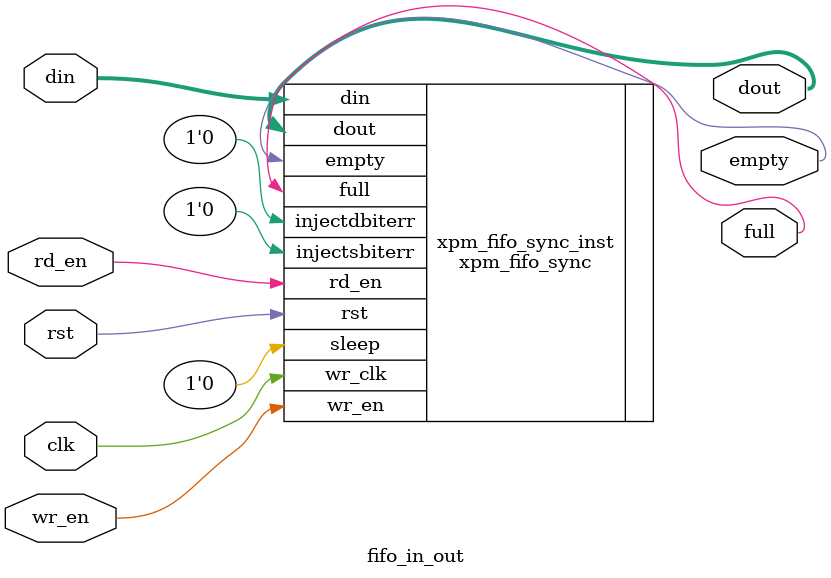
<source format=sv>
`timescale  1ns / 1ps
module fifo_in_out 
  #(parameter DINWIDTH = 64, parameter DOUTWIDTH = 16, parameter DEPTH = 128)
  (
    input logic clk,
    input logic rst,
    input logic wr_en,
    input logic rd_en,
    input logic [DINWIDTH - 1 : 0] din,
    output logic [DOUTWIDTH - 1 : 0] dout,
    output logic full,
    output logic empty
  );
  
xpm_fifo_sync #(
      .DOUT_RESET_VALUE("0"),    // String
      .ECC_MODE("no_ecc"),       // String
      .FIFO_MEMORY_TYPE("block"), // String
      .FIFO_READ_LATENCY(1),     // DECIMAL
      .FIFO_WRITE_DEPTH(DEPTH),   // DECIMAL
      .FULL_RESET_VALUE(0),      // DECIMAL
      .PROG_EMPTY_THRESH(10),    // DECIMAL
      .PROG_FULL_THRESH(10),     // DECIMAL
      .RD_DATA_COUNT_WIDTH(1),   // DECIMAL
      .READ_DATA_WIDTH(DOUTWIDTH),      // DECIMAL
      .READ_MODE("fwft"),         // String
      .SIM_ASSERT_CHK(0),        // DECIMAL; 0=disable simulation messages, 1=enable simulation messages
      .USE_ADV_FEATURES("0000"), // String
      .WAKEUP_TIME(0),           // DECIMAL
      .WRITE_DATA_WIDTH(DINWIDTH),     // DECIMAL
      .WR_DATA_COUNT_WIDTH(1)    // DECIMAL
   )
   xpm_fifo_sync_inst (

      .dout(dout),                   // READ_DATA_WIDTH-bit output: Read Data: The output data bus is driven
                                     // when reading the FIFO.

      .empty(empty),                 // 1-bit output: Empty Flag: When asserted, this signal indicates that the
                                     // FIFO is empty. Read requests are ignored when the FIFO is empty,
                                     // initiating a read while empty is not destructive to the FIFO.

      .full(full),                   // 1-bit output: Full Flag: When asserted, this signal indicates that the
                                     // FIFO is full. Write requests are ignored when the FIFO is full,
                                     // initiating a write when the FIFO is full is not destructive to the
                                     // contents of the FIFO.

      .din(din),                     // WRITE_DATA_WIDTH-bit input: Write Data: The input data bus used when
                                     // writing the FIFO.

      .injectdbiterr(1'b0), // 1-bit input: Double Bit Error Injection: Injects a double bit error if
                                     // the ECC feature is used on block RAMs or UltraRAM macros.

      .injectsbiterr(1'b0), // 1-bit input: Single Bit Error Injection: Injects a single bit error if
                                     // the ECC feature is used on block RAMs or UltraRAM macros.

      .rd_en(rd_en),                 // 1-bit input: Read Enable: If the FIFO is not empty, asserting this
                                     // signal causes data (on dout) to be read from the FIFO. Must be held
                                     // active-low when rd_rst_busy is active high.

      .rst(rst),                     // 1-bit input: Reset: Must be synchronous to wr_clk. The clock(s) can be
                                     // unstable at the time of applying reset, but reset must be released only
                                     // after the clock(s) is/are stable.

      .sleep(1'b0),                 // 1-bit input: Dynamic power saving- If sleep is High, the memory/fifo
                                     // block is in power saving mode.

      .wr_clk(clk),               // 1-bit input: Write clock: Used for write operation. wr_clk must be a
                                     // free running clock.

      .wr_en(wr_en)                  // 1-bit input: Write Enable: If the FIFO is not full, asserting this
                                     // signal causes data (on din) to be written to the FIFO Must be held
                                     // active-low when rst or wr_rst_busy or rd_rst_busy is active high

   );


endmodule

</source>
